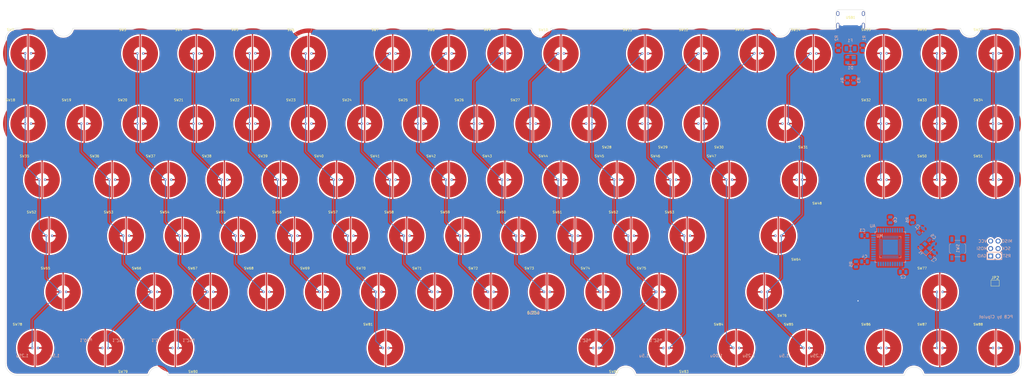
<source format=kicad_pcb>
(kicad_pcb (version 20211014) (generator pcbnew)
  (layers (0 "F.Cu" signal) (31 "B.Cu" signal) (34 "B.Paste" user) (35 "F.Paste" user) (36 "B.SilkS" user "B.Silkscreen") (37 "F.SilkS" user "F.Silkscreen") (38 "B.Mask" user) (39 "F.Mask" user) (44 "Edge.Cuts" user))
  (net 0 "")
  (net 1 "GND")
  (net 2 "D+")
  (net 3 "D-")
  (net 4 "VCC")
  (net 5 "COL0")
  (net 6 "COL1")
  (net 7 "COL2")
  (net 8 "COL3")
  (net 9 "COL4")
  (net 10 "COL5")
  (net 11 "COL6")
  (net 12 "COL7")
  (net 13 "COL8")
  (net 14 "Scroll_LED")
  (net 15 "/MCU_D-")
  (net 16 "/MCU_D+")
  (net 17 "Net-(C6-Pad1)")
  (net 18 "ROW0")
  (net 19 "ROW1")
  (net 20 "RST")
  (net 21 "XTAL2")
  (net 22 "XTAL1")
  (net 23 "ROW4")
  (net 24 "ROW5")
  (net 25 "Caps_LED")
  (net 26 "ROW11")
  (net 27 "ROW10")
  (net 28 "ROW8")
  (net 29 "ROW9")
  (net 30 "ROW6")
  (net 31 "ROW7")
  (net 32 "Net-(R5-Pad1)")
  (net 34 "VBUS")
  (net 35 "MOSI")
  (net 36 "MISO")
  (net 39 "Net-(R1-Pad2)")
  (net 40 "Net-(R2-Pad1)")
  (net 43 "GNDA")
  (net 44 "COL9")
  (net 45 "COL10")
  (net 46 "COL11")
  (net 47 "COL12")
  (net 48 "COL13")
  (net 49 "COL14")
  (net 50 "COL15")
  (net 51 "COL16")
  (net 52 "unconnected-(SW66-Pad2)")
  (footprint "cipulot_parts:ecs_pad" (layer "F.Cu") (at 268.375 78.4375 180)
    (fp_text reference "SW30")
    (fp_text value "EC_SW" hide)
  )
  (footprint "cipulot_parts:ecs_pad" (layer "F.Cu") (at 258.875 97.4375)
    (fp_text reference "SW46")
    (fp_text value "EC_SW" hide)
  )
  (footprint "cipulot_parts:ecs_pad" (layer "F.Cu") (at 97.375 78.4375)
    (fp_text reference "SW21")
    (fp_text value "EC_SW" hide)
  )
  (footprint "cipulot_parts:ecs_pad" (layer "F.Cu") (at 268.375 54.6875)
    (fp_text reference "SW12")
    (fp_text value "EC_SW" hide)
  )
  (footprint "cipulot_parts:ecs_pad" (layer "F.Cu") (at 159.125 135.4375)
    (fp_text reference "SW70")
    (fp_text value "EC_SW" hide)
  )
  (footprint "cipulot_parts:ecs_pad" (layer "F.Cu") (at 192.375 78.4375)
    (fp_text reference "SW26")
    (fp_text value "EC_SW" hide)
  )
  (footprint "cipulot_parts:ecs_pad" (layer "F.Cu") (at 256.5 154.4375 180)
    (fp_text reference "SW83")
    (fp_text value "EC_SW" hide)
  )
  (footprint "cipulot_parts:ecs_pad" (layer "F.Cu") (at 163.875 54.6875)
    (fp_text reference "SW7")
    (fp_text value "EC_SW" hide)
  )
  (footprint "cipulot_parts:ecs_pad" (layer "F.Cu") (at 83.125 135.4375)
    (fp_text reference "SW66")
    (fp_text value "EC_SW" hide)
  )
  (footprint "cipulot_parts:ecs_pad" (layer "F.Cu") (at 92.625 116.4375)
    (fp_text reference "SW54")
    (fp_text value "EC_SW" hide)
  )
  (footprint "cipulot_parts:ecs_pad" (layer "F.Cu") (at 140.125 135.4375)
    (fp_text reference "SW69")
    (fp_text value "EC_SW" hide)
  )
  (footprint "cipulot_parts:ecs_pad" (layer "F.Cu") (at 121.125 135.4375)
    (fp_text reference "SW68")
    (fp_text value "EC_SW" hide)
  )
  (footprint "cipulot_parts:ecs_pad" (layer "F.Cu") (at 40.375 54.625)
    (fp_text reference "SW2")
    (fp_text value "EC_SW" hide)
  )
  (footprint "cipulot_parts:ecs_pad" (layer "F.Cu") (at 52.25 135.4375)
    (fp_text reference "SW65")
    (fp_text value "EC_SW" hide)
  )
  (footprint "cipulot_parts:ecs_pad" (layer "F.Cu") (at 301.625 97.4375 180)
    (fp_text reference "SW48")
    (fp_text value "EC_SW" hide)
  )
  (footprint "cipulot_parts:ecs_pad" (layer "F.Cu") (at 349.1875 154.4375)
    (fp_text reference "SW87")
    (fp_text value "EC_SW" hide)
  )
  (footprint "cipulot_parts:ecs_pad" (layer "F.Cu") (at 349.1875 54.625)
    (fp_text reference "SW16")
    (fp_text value "EC_SW" hide)
  )
  (footprint "cipulot_parts:ecs_pad" (layer "F.Cu") (at 249.375 78.4375 180)
    (fp_text reference "SW29")
    (fp_text value "EC_SW" hide)
  )
  (footprint "cipulot_parts:ecs_pad" (layer "F.Cu") (at 249.375 54.6875)
    (fp_text reference "SW11")
    (fp_text value "EC_SW" hide)
  )
  (footprint "cipulot_parts:ecs_pad" (layer "F.Cu") (at 168.625 116.4375)
    (fp_text reference "SW58")
    (fp_text value "EC_SW" hide)
  )
  (footprint "cipulot_parts:ecs_pad" (layer "F.Cu") (at 306.375 54.6875)
    (fp_text reference "SW14")
    (fp_text value "EC_SW" hide)
  )
  (footprint "cipulot_parts:ecs_pad" (layer "F.Cu") (at 244.625 116.4375)
    (fp_text reference "SW62")
    (fp_text value "EC_SW" hide)
  )
  (footprint "cipulot_parts:ecs_pad" (layer "F.Cu") (at 263.625 116.4375)
    (fp_text reference "SW63")
    (fp_text value "EC_SW" hide)
  )
  (footprint "cipulot_parts:ecs_pad" (layer "F.Cu") (at 116.375 78.4375)
    (fp_text reference "SW22")
    (fp_text value "EC_SW" hide)
  )
  (footprint "cipulot_parts:ecs_pad" (layer "F.Cu") (at 230.375 78.4375 180)
    (fp_text reference "SW28")
    (fp_text value "EC_SW" hide)
  )
  (footprint "cipulot_parts:ecs_pad" (layer "F.Cu") (at 220.875 97.4375)
    (fp_text reference "SW44")
    (fp_text value "EC_SW" hide)
  )
  (footprint "cipulot_parts:ecs_pad" (layer "F.Cu") (at 211.375 78.4375)
    (fp_text reference "SW27")
    (fp_text value "EC_SW" hide)
  )
  (footprint "cipulot_parts:ecs_pad" (layer "F.Cu") (at 277.875 97.4375)
    (fp_text reference "SW47")
    (fp_text value "EC_SW" hide)
  )
  (footprint "cipulot_parts:ecs_pad" (layer "F.Cu") (at 235.125 135.4375)
    (fp_text reference "SW74")
    (fp_text value "EC_SW" hide)
  )
  (footprint "cipulot_parts:ecs_pad" (layer "F.Cu") (at 289.75 135.4375 180)
    (fp_text reference "SW76")
    (fp_text value "EC_SW" hide)
  )
  (footprint "cipulot_parts:ecs_pad" (layer "F.Cu") (at 187.625 116.4375)
    (fp_text reference "SW59")
    (fp_text value "EC_SW" hide)
  )
  (footprint "cipulot_parts:ecs_pad" (layer "F.Cu") (at 45.125 97.4375)
    (fp_text reference "SW35")
    (fp_text value "EC_SW" hide)
  )
  (footprint "cipulot_parts:ecs_pad" (layer "F.Cu") (at 201.875 97.4375)
    (fp_text reference "SW43")
    (fp_text value "EC_SW" hide)
  )
  (footprint "cipulot_parts:ecs_pad" (layer "F.Cu") (at 178.125 135.4375)
    (fp_text reference "SW71")
    (fp_text value "EC_SW" hide)
  )
  (footprint "cipulot_parts:ecs_pad" (layer "F.Cu") (at 304 154.4375)
    (fp_text reference "SW85")
    (fp_text value "EC_SW" hide)
  )
  (footprint "cipulot_parts:HRO-TYPE-C-31-M-12-Assembly" (layer "F.Cu") (at 318.975 38.5625 180)
    (fp_text reference "USB1")
    (fp_text value "HRO-TYPE-C-31-M-12")
  )
  (footprint "cipulot_parts:ecs_pad" (layer "F.Cu") (at 173.375 78.4375)
    (fp_text reference "SW25")
    (fp_text value "EC_SW" hide)
  )
  (footprint "cipulot_parts:ecs_pad" (layer "F.Cu") (at 239.875 97.4375)
    (fp_text reference "SW45")
    (fp_text value "EC_SW" hide)
  )
  (footprint "cipulot_parts:ecs_pad" (layer "F.Cu") (at 116.375 54.625)
    (fp_text reference "SW5")
    (fp_text value "EC_SW" hide)
  )
  (footprint "cipulot_parts:ecs_pad" (layer "F.Cu") (at 135.375 78.4375)
    (fp_text reference "SW23")
    (fp_text value "EC_SW" hide)
  )
  (footprint "cipulot_parts:ecs_pad" (layer "F.Cu") (at 125.875 97.4375)
    (fp_text reference "SW39")
    (fp_text value "EC_SW" hide)
  )
  (footprint "cipulot_parts:ecs_pad" (layer "F.Cu") (at 349.1875 78.4375)
    (fp_text reference "SW33")
    (fp_text value "EC_SW" hide)
  )
  (footprint "cipulot_parts:ecs_pad" (layer "F.Cu") (at 47.5 116.4375)
    (fp_text reference "SW52")
    (fp_text value "EC_SW" hide)
  )
  (footprint "cipulot_parts:ecs_pad" (layer "F.Cu") (at 163.875 97.4375)
    (fp_text reference "SW41")
    (fp_text value "EC_SW" hide)
  )
  (footprint "cipulot_parts:ecs_pad" (layer "F.Cu") (at 111.625 116.4375)
    (fp_text reference "SW55")
    (fp_text value "EC_SW" hide)
  )
  (footprint "cipulot_parts:ecs_pad" (layer "F.Cu") (at 296.875 78.4375 180)
    (fp_text reference "SW31")
    (fp_text value "EC_SW" hide)
  )
  (footprint "cipulot_parts:ecs_pad" (layer "F.Cu") (at 73.625 116.4375)
    (fp_text reference "SW53")
    (fp_text value "EC_SW" hide)
  )
  (footprint "cipulot_parts:ecs_pad" (layer "F.Cu") (at 182.875 54.6875)
    (fp_text reference "SW8")
    (fp_text value "EC_SW" hide)
  )
  (footprint "cipulot_parts:ecs_pad" (layer "F.Cu") (at 78.375 54.6875)
    (fp_text reference "SW3")
    (fp_text value "EC_SW" hide)
  )
  (footprint "cipulot_parts:ecs_pad" (layer "F.Cu") (at 42.75 154.4375)
    (fp_text reference "SW78")
    (fp_text value "EC_SW" hide)
  )
  (footprint "cipulot_parts:ecs_pad" (layer "F.Cu") (at 87.875 97.4375)
    (fp_text reference "SW37")
    (fp_text value "EC_SW" hide)
  )
  (footprint "cipulot_parts:ecs_pad" (layer "F.Cu") (at 97.375 54.6875)
    (fp_text reference "SW4")
    (fp_text value "EC_SW" hide)
  )
  (footprint "cipulot_parts:ecs_pad" (layer "F.Cu") (at 225.625 116.4375)
    (fp_text reference "SW61")
    (fp_text value "EC_SW" hide)
  )
  (footprint "cipulot_parts:ecs_pad" (layer "F.Cu") (at 90.25 154.4375 180)
    (fp_text reference "SW80")
    (fp_text value "EC_SW" hide)
  )
  (footprint "cipulot_parts:ecs_pad" (layer "F.Cu") (at 78.375 78.4375)
    (fp_text reference "SW20")
    (fp_text value "EC_SW" hide)
  )
  (footprint "cipulot_parts:ecs_pad" (layer "F.Cu") (at 220.875 54.6875)
    (fp_text reference "SW10")
    (fp_text value "EC_SW" hide)
  )
  (footprint "cipulot_parts:ecs_pad" (layer "F.Cu") (at 102.125 135.4375)
    (fp_text reference "SW67")
    (fp_text value "EC_SW" hide)
  )
  (footprint "cipulot_parts:ecs_pad" (layer "F.Cu") (at 106.875 97.4375)
    (fp_text reference "SW38")
    (fp_text value "EC_SW" hide)
  )
  (footprint "cipulot_parts:ecs_pad" (layer "F.Cu") (at 330.1875 154.4375)
    (fp_text reference "SW86")
    (fp_text value "EC_SW" hide)
  )
  (footprint "cipulot_parts:ecs_pad" (layer "F.Cu") (at 287.375 54.625)
    (fp_text reference "SW13")
    (fp_text value "EC_SW" hide)
  )
  (footprint "cipulot_parts:ecs_pad" (layer "F.Cu") (at 144.875 97.4375)
    (fp_text reference "SW40")
    (fp_text value "EC_SW" hide)
  )
  (footprint "cipulot_parts:ecs_pad" (layer "F.Cu") (at 40.375 78.4375)
    (fp_text reference "SW18")
    (fp_text value "EC_SW" hide)
  )
  (footprint "cipulot_parts:ecs_pad" (layer "F.Cu") (at 154.375 78.4375)
    (fp_text reference "SW24")
    (fp_text value "EC_SW" hide)
  )
  (footprint "cipulot_parts:ecs_pad" (layer "F.Cu") (at 135.375 54.6875)
    (fp_text reference "SW6")
    (fp_text value "EC_SW" hide)
  )
  (footprint "cipulot_parts:ecs_pad" (layer "F.Cu") (at 368.1875 54.625)
    (fp_text reference "SW17")
    (fp_text value "EC_SW" hide)
  )
  (footprint "cipulot_parts:ecs_pad" (layer "F.Cu") (at 68.875 97.4375)
    (fp_text reference "SW36")
    (fp_text value "EC_SW" hide)
  )
  (footprint "cipulot_parts:ecs_pad" (layer "F.Cu") (at 349.1875 97.4375)
    (fp_text reference "SW50")
    (fp_text value "EC_SW" hide)
  )
  (footprint "cipulot_parts:ecs_pad" (layer "F.Cu") (at 330.1875 97.4375)
    (fp_text reference "SW49")
    (fp_text value "EC_SW" hide)
  )
  (footprint "cipulot_parts:ecs_pad" (layer "F.Cu") (at 294.5 116.4375 180)
    (fp_text reference "SW64")
    (fp_text value "EC_SW" hide)
  )
  (footprint "cipulot_parts:ecs_pad" (layer "F.Cu") (at 149.625 116.4375)
    (fp_text reference "SW57")
    (fp_text value "EC_SW" hide)
  )
  (footprint "cipulot_parts:ecs_pad" (layer "F.Cu") (at 254.125 135.4375)
    (fp_text reference "SW75")
    (fp_text value "EC_SW" hide)
  )
  (footprint "cipulot_parts:ecs_pad" (layer "F.Cu") (at 59.375 78.4375)
    (fp_text reference "SW19")
    (fp_text value "EC_SW" hide)
  )
  (footprint "cipulot_parts:ecs_pad" (layer "F.Cu") (at 349.1875 135.4375)
    (fp_text reference "SW77")
    (fp_text value "EC_SW" hide)
  )
  (footprint "Jumper:SolderJumper-2_P1.3mm_Bridged_Pad1.0x1.5mm" (layer "F.Cu") (at 367.93 132.46)
    (fp_text reference "JP2")
    (fp_text value "Jumper_NC_Small")
  )
  (footprint "cipulot_parts:ecs_pad" (layer "F.Cu") (at 206.625 116.4375)
    (fp_text reference "SW60")
    (fp_text value "EC_SW" hide)
  )
  (footprint "cipulot_parts:ecs_pad" (layer "F.Cu") (at 330.1875 78.4375)
    (fp_text reference "SW32")
    (fp_text value "EC_SW" hide)
  )
  (footprint "cipulot_parts:ecs_pad" (layer "F.Cu") (at 130.625 116.4375)
    (fp_text reference "SW56")
    (fp_text value "EC_SW" hide)
  )
  (footprint "cipulot_parts:ecs_pad" (layer "F.Cu") (at 330.1875 54.625)
    (fp_text reference "SW15")
    (fp_text value "EC_SW" hide)
  )
  (footprint "cipulot_parts:ecs_pad" (layer "F.Cu") (at 161.5 154.4375)
    (fp_text reference "SW81")
    (fp_text value "EC_SW" hide)
  )
  (footprint "cipulot_parts:ecs_pad" (layer "F.Cu") (at 368.1875 97.4375)
    (fp_text reference "SW51")
    (fp_text value "EC_SW" hide)
  )
  (footprint "cipulot_parts:ecs_pad" (layer "F.Cu") (at 182.875 97.4375)
    (fp_text reference "SW42")
    (fp_text value "EC_SW" hide)
  )
  (footprint "cipulot_parts:ecs_pad" (layer "F.Cu") (at 368.1875 78.4375)
    (fp_text reference "SW34")
    (fp_text value "EC_SW" hide)
  )
  (footprint "cipulot_parts:ecs_pad" (layer "F.Cu") (at 368.1875 154.4375)
    (fp_text reference "SW88")
    (fp_text value "EC_SW" hide)
  )
  (footprint "cipulot_parts:ecs_pad" (layer "F.Cu") (at 280.25 154.4375)
    (fp_text reference "SW84")
    (fp_text value "EC_SW" hide)
  )
  (footprint "cipulot_parts:ecs_pad" (layer "F.Cu") (at 197.125 135.4375)
    (fp_text reference "SW72")
    (fp_text value "EC_SW" hide)
  )
  (footprint "cipulot_parts:ecs_pad" (layer "F.Cu") (at 232.75 154.4375 180)
    (fp_text reference "SW82")
    (fp_text value "EC_SW" hide)
  )
  (footprint "cipulot_parts:ecs_pad" (layer "F.Cu") (at 66.5 154.4375 180)
    (fp_text reference "SW79")
    (fp_text value "EC_SW" hide)
  )
  (footprint "cipulot_parts:ecs_pad" (layer "F.Cu") (at 201.875 54.625)
    (fp_text reference "SW9")
    (fp_text value "EC_SW" hide)
  )
  (footprint "cipulot_parts:ecs_pad" (layer "F.Cu") (at 216.125 135.4375)
    (fp_text reference "SW73")
    (fp_text value "EC_SW" hide)
  )
  (footprint "Package_TO_SOT_SMD:SOT-143" (layer "B.Cu") (at 318.95 56.825 180)
    (fp_text reference "D1")
    (fp_text value "PRTR5V0U2X")
  )
  (footprint "Resistor_SMD:R_0805_2012Metric" (layer "B.Cu") (at 317.85 63.775 -90)
    (fp_text reference "R4")
    (fp_text value "22")
  )
  (footprint "Resistor_SMD:R_0805_2012Metric" (layer "B.Cu") (at 320.05 63.775 -90)
    (fp_text reference "R3")
    (fp_text value "22")
  )
  (footprint "Package_QFP:TQFP-44_10x10mm_P0.8mm" (layer "B.Cu") (at 332.42 120.28 -90)
    (fp_text reference "AU")
    (fp_text value "ATmega32U4-A")
  )
  (footprint "Resistor_SMD:R_0805_2012Metric" (layer "B.Cu") (at 314.8 52.775 -90)
    (fp_text reference "R2")
    (fp_text value "5.1k")
  )
  (footprint "Capacitor_SMD:C_0805_2012Metric" (layer "B.Cu") (at 332.42 111.05 90)
    (fp_text reference "C6")
    (fp_text value "1u")
  )
  (footprint "Fuse:Fuse_1206_3216Metric" (layer "B.Cu") (at 318.95 53.05)
    (fp_text reference "F1")
    (fp_text value "500mA")
  )
  (footprint "Capacitor_SMD:C_0805_2012Metric" (layer "B.Cu") (at 346.275 118.575 135)
    (fp_text reference "C5")
    (fp_text value "22p")
  )
  (footprint "Resistor_SMD:R_0805_2012Metric" (layer "B.Cu") (at 323.1 52.775 90)
    (fp_text reference "R1")
    (fp_text value "5.1k")
  )
  (footprint "Package_DFN_QFN:QFN-44-1EP_7x7mm_P0.5mm_EP5.2x5.2mm" (layer "B.Cu") (at 332.42 120.28 -90)
    (fp_text reference "MU")
    (fp_text value "QFN-44-1EP_7x7mm_P0.5mm_EP5.2x5.2mm" hide)
  )
  (footprint "Capacitor_SMD:C_0805_2012Metric" (layer "B.Cu") (at 323.7 125.15 180)
    (fp_text reference "C4")
    (fp_text value "10u")
  )
  (footprint "Capacitor_SMD:C_0805_2012Metric" (layer "B.Cu") (at 346.6 122.825 -135)
    (fp_text reference "C7")
    (fp_text value "22p")
  )
  (footprint "cipulot_parts:Reset_Pretty" (layer "B.Cu") (at 367.675 120.75 180)
    (fp_text reference "J1")
    (fp_text value "AVR-ISP-6-Connector")
  )
  (footprint "Capacitor_SMD:C_0805_2012Metric" (layer "B.Cu") (at 323.7 116.3 180)
    (fp_text reference "C3")
    (fp_text value "0.1u")
  )
  (footprint "Capacitor_SMD:C_0805_2012Metric" (layer "B.Cu") (at 342.775 114.65 45)
    (fp_text reference "C1")
    (fp_text value "0.1u")
  )
  (footprint "cipulot_parts:Crystal_SMD_3225-4pin_3.2x2.5mm" (layer "B.Cu") (at 344.325 120.575 135)
    (fp_text reference "Y1")
    (fp_text value "16MHz")
  )
  (footprint "Resistor_SMD:R_0805_2012Metric" (layer "B.Cu") (at 320.8 126.05 90)
    (fp_text reference "R5")
    (fp_text value "10k")
  )
  (footprint "Button_Switch_SMD:SW_SPST_TL3342" (layer "B.Cu") (at 355.2 120.75 90)
    (fp_text reference "SW1")
    (fp_text value "SW_Push")
  )
  (footprint "Capacitor_SMD:C_0805_2012Metric" (layer "B.Cu") (at 336.75 128.675)
    (fp_text reference "C2")
    (fp_text value "0.1u")
  )
  (footprint "Resistor_SMD:R_0805_2012Metric" (layer "B.Cu") (at 339.9 111.1 -90)
    (fp_text reference "R6")
    (fp_text value "10k")
  )
  (gr_arc (start 376.688812 159.624061) (mid 375.516815 162.452064) (end 372.688812 163.624061) (layer "Edge.Cuts") (width 0.1))
  (gr_arc (start 81.223815 163.624061) (mid 84.435743 160.874061) (end 87.646812 163.625065) (layer "Edge.Cuts") (width 0.1))
  (gr_line (start 324.025 40.975) (end 324.025 45.6) (layer "Edge.Cuts") (width 0.1))
  (gr_line (start 36.776811 46.142063) (end 36.776811 46.141056) (layer "Edge.Cuts") (width 0.1))
  (gr_arc (start 337.207824 163.624061) (mid 340.419311 160.874061) (end 343.630798 163.624061) (layer "Edge.Cuts") (width 0.1))
  (gr_line (start 106.81781 163.625065) (end 121.537811 163.625065) (layer "Edge.Cuts") (width 0.1))
  (gr_line (start 313.925 40.975) (end 313.925 45.6) (layer "Edge.Cuts") (width 0.1))
  (gr_arc (start 298.388824 46.141056) (mid 295.177322 48.891056) (end 291.96582 46.141056) (layer "Edge.Cuts") (width 0.1))
  (gr_arc (start 322.881995 39.831995) (mid 323.69049 40.166505) (end 324.025 40.975) (layer "Edge.Cuts") (width 0.1))
  (gr_arc (start 239.576812 163.619064) (mid 242.790455 160.869065) (end 245.999816 163.624061) (layer "Edge.Cuts") (width 0.1))
  (gr_arc (start 313.925 45.6) (mid 313.763909 45.988909) (end 313.375 46.15) (layer "Edge.Cuts") (width 0.1))
  (gr_arc (start 36.687812 163.624061) (mid 33.85981 162.452063) (end 32.687812 159.624061) (layer "Edge.Cuts") (width 0.1))
  (gr_line (start 36.776811 46.141056) (end 49.077812 46.141056) (layer "Edge.Cuts") (width 0.1))
  (gr_line (start 55.499813 46.141056) (end 130.040809 46.141056) (layer "Edge.Cuts") (width 0.1))
  (gr_line (start 376.688812 50.141056) (end 376.688812 159.624061) (layer "Edge.Cuts") (width 0.1))
  (gr_line (start 372.688812 163.624061) (end 343.630798 163.624061) (layer "Edge.Cuts") (width 0.1))
  (gr_line (start 106.81781 163.625065) (end 87.646812 163.625065) (layer "Edge.Cuts") (width 0.1))
  (gr_line (start 32.687812 159.624061) (end 32.687812 50.23006) (layer "Edge.Cuts") (width 0.1))
  (gr_line (start 362.680816 46.141056) (end 372.688812 46.141056) (layer "Edge.Cuts") (width 0.1))
  (gr_arc (start 32.688812 50.23006) (mid 33.859311 47.312561) (end 36.776811 46.142063) (layer "Edge.Cuts") (width 0.1))
  (gr_line (start 217.426818 46.141056) (end 291.96582 46.141056) (layer "Edge.Cuts") (width 0.1))
  (gr_line (start 136.463806 46.141056) (end 211.004806 46.141056) (layer "Edge.Cuts") (width 0.1))
  (gr_line (start 206.893814 163.625065) (end 121.537811 163.625065) (layer "Edge.Cuts") (width 0.1))
  (gr_arc (start 324.575 46.15) (mid 324.186091 45.988909) (end 324.025 45.6) (layer "Edge.Cuts") (width 0.1))
  (gr_line (start 337.207824 163.624061) (end 245.999816 163.624061) (layer "Edge.Cuts") (width 0.1))
  (gr_arc (start 55.499813 46.141056) (mid 52.288813 48.891054) (end 49.077812 46.141056) (layer "Edge.Cuts") (width 0.1))
  (gr_line (start 315.068006 39.831995) (end 322.881995 39.831995) (layer "Edge.Cuts") (width 0.1))
  (gr_arc (start 362.680816 46.141056) (mid 359.469314 48.891056) (end 356.257812 46.141056) (layer "Edge.Cuts") (width 0.1))
  (gr_line (start 239.576812 163.619064) (end 235.837814 163.625065) (layer "Edge.Cuts") (width 0.1))
  (gr_line (start 206.893814 163.625065) (end 235.837814 163.625065) (layer "Edge.Cuts") (width 0.1))
  (gr_arc (start 372.688812 46.141056) (mid 375.517311 47.312557) (end 376.688812 50.141056) (layer "Edge.Cuts") (width 0.1))
  (gr_line (start 324.575 46.15) (end 356.257812 46.141056) (layer "Edge.Cuts") (width 0.1))
  (gr_arc (start 217.426818 46.141056) (mid 214.215812 48.891056) (end 211.004806 46.141056) (layer "Edge.Cuts") (width 0.1))
  (gr_arc (start 313.925 40.975) (mid 314.259999 40.166994) (end 315.068006 39.831995) (layer "Edge.Cuts") (width 0.1))
  (gr_line (start 32.687812 50.23006) (end 32.688812 50.23006) (layer "Edge.Cuts") (width 0.1))
  (gr_line (start 81.223815 163.624061) (end 36.687812 163.624061) (layer "Edge.Cuts") (width 0.1))
  (gr_line (start 298.388824 46.141056) (end 313.375 46.15) (layer "Edge.Cuts") (width 0.1))
  (gr_arc (start 136.463806 46.141056) (mid 133.252308 48.891057) (end 130.040809 46.141056) (layer "Edge.Cuts") (width 0.1))
  (gr_text "PCB by Cipulot" (at 368.262027 143.87) (layer "B.SilkS") (effects (font (size 1 1)) (justify mirror)))
  (gr_text "1.25u" (at 253.04 151.835 180) (layer "B.SilkS") (effects (font (size 1 1)) (justify mirror)))
  (gr_text "1.5u" (at 49.38 157.04) (layer "B.SilkS") (effects (font (size 1 1)) (justify mirror)))
  (gr_text "1.5u" (at 296.39 157.04) (layer "B.SilkS") (effects (font (size 1 1)) (justify mirror)))
  (gr_text "1.25u" (at 228.98 151.835 180) (layer "B.SilkS") (effects (font (size 1 1)) (justify mirror)))
  (gr_text "6.25u" (at 211.5 142.5) (layer "B.SilkS") (effects (font (size 1 1)) (justify mirror)))
  (gr_text "1.00u" (at 273.49 157.04) (layer "B.SilkS") (effects (font (size 1 1)) (justify mirror)))
  (gr_text "1.25u" (at 38.38 157.04) (layer "B.SilkS") (effects (font (size 1 1)) (justify mirror)))
  (gr_text "1.25u" (at 307.39 157.04) (layer "B.SilkS") (effects (font (size 1 1)) (justify mirror)))
  (gr_text "1.5u" (at 248.96 157.04) (layer "B.SilkS") (effects (font (size 1 1)) (justify mirror)))
  (gr_text "1.25u" (at 71 151.835 180) (layer "B.SilkS") (effects (font (size 1 1)) (justify mirror)))
  (gr_text "1.00u" (at 60 151.835 180) (layer "B.SilkS") (effects (font (size 1 1)) (justify mirror)))
  (gr_text "1.5u" (at 83.8 151.835 180) (layer "B.SilkS") (effects (font (size 1 1)) (justify mirror)))
  (gr_text "1.25u" (at 284.49 157.04) (layer "B.SilkS") (effects (font (size 1 1)) (justify mirror)))
  (gr_text "1.25u" (at 94.8 151.835 180) (layer "B.SilkS") (effects (font (size 1 1)) (justify mirror)))
  (gr_text "6.25u" (at 211.5 142.5) (layer "F.SilkS") (effects (font (size 1 1))))
  (segment (start 43.2525 97.4375) (end 44.125 97.4375) (width 0.25) (layer "F.Cu") (net 5))
  (segment (start 45.3425 116.4375) (end 46.5 116.4375) (width 0.25) (layer "F.Cu") (net 5))
  (segment (start 38.2225 78.4375) (end 39.375 78.4375) (width 0.25) (layer "F.Cu") (net 5))
  (segment (start 37.325 54.625) (end 39.375 54.625) (width 0.25) (layer "F.Cu") (net 5))
  (segment (start 40.7725 154.4375) (end 41.75 154.4375) (width 0.25) (layer "F.Cu") (net 5))
  (segment (start 49.5825 135.4375) (end 51.25 135.4375) (width 0.25) (layer "F.Cu") (net 5))
  (via (at 51.25 135.4375) (size 0.8) (drill 0.4) (layers "F.Cu" "B.Cu") (net 5))
  (via (at 41.75 154.4375) (size 0.8) (drill 0.4) (layers "F.Cu" "B.Cu") (net 5))
  (via (at 46.5 116.4375) (size 0.8) (drill 0.4) (layers "F.Cu" "B.Cu") (net 5))
  (via (at 39.375 78.4375) (size 0.8) (drill 0.4) (layers "F.Cu" "B.Cu") (net 5))
  (via (at 44.125 97.4375) (size 0.8) (drill 0.4) (layers "F.Cu" "B.Cu") (net 5))
  (via (at 39.375 54.625) (size 0.8) (drill 0.4) (layers "F.Cu" "B.Cu") (net 5))
  (segment (start 44.125 114.0625) (end 46.5 116.4375) (width 0.25) (layer "B.Cu") (net 5))
  (segment (start 46.5 130.6875) (end 51.25 135.4375) (width 0.25) (layer "B.Cu") (net 5))
  (segment (start 39.375 54.625) (end 39.375 78.4375) (width 0.25) (layer "B.Cu") (net 5))
  (segment (start 39.375 92.6875) (end 44.125 97.4375) (width 0.25) (layer "B.Cu") (net 5))
  (segment (start 46.5 116.4375) (end 46.5 130.6875) (width 0.25) (layer "B.Cu") (net 5))
  (segment (start 44.125 97.4375) (end 44.125 114.0625) (width 0.25) (layer "B.Cu") (net 5))
  (segment (start 41.75 144.9375) (end 51.25 135.4375) (width 0.25) (layer "B.Cu") (net 5))
  (segment (start 41.75 154.4375) (end 41.75 144.9375) (width 0.25) (layer "B.Cu") (net 5))
  (segment (start 39.375 78.4375) (end 39.375 92.6875) (width 0.25) (layer "B.Cu") (net 5))
  (segment (start 57.1925 78.4375) (end 58.375 78.4375) (width 0.25) (layer "F.Cu") (net 6))
  (segment (start 71.7325 116.4375) (end 72.625 116.4375) (width 0.25) (layer "F.Cu") (net 6))
  (segment (start 68.4275 154.4375) (end 67.5 154.4375) (width 0.25) (layer "F.Cu") (net 6))
  (segment (start 67.0325 97.4375) (end 67.875 97.4375) (width 0.25) (layer "F.Cu") (net 6))
  (segment (start 80.9225 135.4375) (end 82.125 135.4375) (width 0.25) (layer "F.Cu") (net 6))
  (via (at 58.375 78.4375) (size 0.8) (drill 0.4) (layers "F.Cu" "B.Cu") (net 6))
  (via (at 72.625 116.4375) (size 0.8) (drill 0.4) (layers "F.Cu" "B.Cu") (net 6))
  (via (at 82.125 135.4375) (size 0.8) (drill 0.4) (layers "F.Cu" "B.Cu") (net 6))
  (via (at 67.875 97.4375) (size 0.8) (drill 0.4) (layers "F.Cu" "B.Cu") (net 6))
  (via (at 67.5 154.4375) (size 0.8) (drill 0.4) (layers "F.Cu" "B.Cu") (net 6))
  (segment (start 67.875 111.6875) (end 72.625 116.4375) (width 0.25) (layer "B.Cu") (net 6))
  (segment (start 67.5 150.0625) (end 82.125 135.4375) (width 0.25) (layer "B.Cu") (net 6))
  (segment (start 72.625 116.4375) (end 72.625 125.9375) (width 0.25) (layer "B.Cu") (net 6))
  (segment (start 58.375 78.4375) (end 58.375 87.9375) (width 0.25) (layer "B.Cu") (net 6))
  (segment (start 67.875 97.4375) (end 67.875 111.6875) (width 0.25) (layer "B.Cu") (net 6))
  (segment (start 67.5 154.4375) (end 67.5 150.0625) (width 0.25) (layer "B.Cu") (net 6))
  (segment (start 72.625 125.9375) (end 82.125 135.4375) (width 0.25) (layer "B.Cu") (net 6))
  (segment (start 58.375 87.9375) (end 67.875 97.4375) (width 0.25) (layer "B.Cu") (net 6))
  (segment (start 76.1825 78.4375) (end 77.375 78.4375) (width 0.25) (layer "F.Cu") (net 7))
  (segment (start 75.9525 54.6875) (end 77.375 54.6875) (width 0.25) (layer "F.Cu") (net 7))
  (segment (start 92.3425 154.4375) (end 91.25 154.4375) (width 0.25) (layer "F.Cu") (net 7))
  (segment (start 86.0225 97.4375) (end 86.875 97.4375) (width 0.25) (layer "F.Cu") (net 7))
  (segment (start 90.6025 116.4375) (end 91.625 116.4375) (width 0.25) (layer "F.Cu") (net 7))
  (segment (start 100.3525 135.4375) (end 101.125 135.4375) (width 0.25) (layer "F.Cu") (net 7))
  (via (at 91.625 116.4375) (size 0.8) (drill 0.4) (layers "F.Cu" "B.Cu") (net 7))
  (via (at 86.875 97.4375) (size 0.8) (drill 0.4) (layers "F.Cu" "B.Cu") (net 7))
  (via (at 101.125 135.4375) (size 0.8) (drill 0.4) (layers "F.Cu" "B.Cu") (net 7))
  (via (at 91.25 154.4375) (size 0.8) (drill 0.4) (layers "F.Cu" "B.Cu") (net 7))
  (via (at 77.375 54.6875) (size 0.8) (drill 0.4) (layers "F.Cu" "B.Cu") (net 7))
  (via (at 77.375 78.4375) (size 0.8) (drill 0.4) (layers "F.Cu" "B.Cu") (net 7))
  (segment (start 77.375 78.4375) (end 77.375 87.9375) (width 0.25) (layer "B.Cu") (net 7))
  (segment (start 86.875 111.6875) (end 91.625 116.4375) (width 0.25) (layer "B.Cu") (net 7))
  (segment (start 77.375 54.6875) (end 77.375 78.4375) (width 0.25) (layer "B.Cu") (net 7))
  (segment (start 91.625 116.4375) (end 91.625 125.9375) (width 0.25) (layer "B.Cu") (net 7))
  (segment (start 86.875 97.4375) (end 86.875 111.6875) (width 0.25) (layer "B.Cu") (net 7))
  (segment (start 91.25 154.4375) (end 91.25 145.3125) (width 0.25) (layer "B.Cu") (net 7))
  (segment (start 91.625 125.9375) (end 101.125 135.4375) (width 0.25) (layer "B.Cu") (net 7))
  (segment (start 77.375 87.9375) (end 86.875 97.4375) (width 0.25) (layer "B.Cu") (net 7))
  (segment (start 91.25 145.3125) (end 101.125 135.4375) (width 0.25) (layer "B.Cu") (net 7))
  (segment (start 119.2525 135.4375) (end 120.125 135.4375) (width 0.25) (layer "F.Cu") (net 8))
  (segment (start 94.5925 54.6875) (end 96.375 54.6875) (width 0.25) (layer "F.Cu") (net 8))
  (segment (start 105.2025 97.4375) (end 105.875 97.4375) (width 0.25) (layer "F.Cu") (net 8))
  (segment (start 95.6925 78.4375) (end 96.375 78.4375) (width 0.25) (layer "F.Cu") (net 8))
  (segment (start 109.7125 116.4375) (end 110.625 116.4375) (width 0.25) (layer "F.Cu") (net 8))
  (via (at 105.875 97.4375) (size 0.8) (drill 0.4) (layers "F.Cu" "B.Cu") (net 8))
  (via (at 120.125 135.4375) (size 0.8) (drill 0.4) (layers "F.Cu" "B.Cu") (net 8))
  (via (at 110.625 116.4375) (size 0.8) (drill 0.4) (layers "F.Cu" "B.Cu") (net 8))
  (via (at 96.375 78.4375) (size 0.8) (drill 0.4) (layers "F.Cu" "B.Cu") (net 8))
  (via (at 96.375 54.6875) (size 0.8) (drill 0.4) (layers "F.Cu" "B.Cu") (net 8))
  (segment (start 110.625 116.4375) (end 110.625 125.9375) (width 0.25) (layer "B.Cu") (net 8))
  (segment (start 96.375 54.6875) (end 96.375 78.4375) (width 0.25) (layer "B.Cu") (net 8))
  (segment (start 105.875 111.6875) (end 110.625 116.4375) (width 0.25) (layer "B.Cu") (net 8))
  (segment (start 110.625 125.9375) (end 120.125 135.4375) (width 0.25) (layer "B.Cu") (net 8))
  (segment (start 96.375 78.4375) (end 96.375 87.9375) (width 0.25) (layer "B.Cu") (net 8))
  (segment (start 96.375 87.9375) (end 105.875 97.4375) (width 0.25) (layer "B.Cu") (net 8))
  (segment (start 105.875 97.4375) (end 105.875 111.6875) (width 0.25) (layer "B.Cu") (net 8))
  (segment (start 138.1425 135.4375) (end 139.125 135.4375) (width 0.25) (layer "F.Cu") (net 9))
  (segment (start 128.7025 116.4375) (end 129.625 116.4375) (width 0.25) (layer "F.Cu") (net 9))
  (segment (start 113.865 54.625) (end 115.375 54.625) (width 0.25) (layer "F.Cu") (net 9))
  (segment (start 123.9025 97.4375) (end 124.875 97.4375) (width 0.25) (layer "F.Cu") (net 9))
  (segment (start 114.5625 78.4375) (end 115.375 78.4375) (width 0.25) (layer "F.Cu") (net 9))
  (via (at 139.125 135.4375) (size 0.8) (drill 0.4) (layers "F.Cu" "B.Cu") (net 9))
  (via (at 129.625 116.4375) (size 0.8) (drill 0.4) (layers "F.Cu" "B.Cu") (net 9))
  (via (at 115.375 78.4375) (size 0.8) (drill 0.4) (layers "F.Cu" "B.Cu") (net 9))
  (via (at 115.375 54.625) (size 0.8) (drill 0.4) (layers "F.Cu" "B.Cu") (net 9))
  (via (at 124.875 97.4375) (size 0.8) (drill 0.4) (layers "F.Cu" "B.Cu") (net 9))
  (segment (start 129.625 116.4375) (end 124.875 111.6875) (width 0.25) (layer "B.Cu") (net 9))
  (segment (start 115.375 78.4375) (end 115.375 87.9375) (width 0.25) (layer "B.Cu") (net 9))
  (segment (start 129.625 125.9375) (end 139.125 135.4375) (width 0.25) (layer "B.Cu") (net 9))
  (segment (start 115.375 87.9375) (end 124.875 97.4375) (width 0.25) (layer "B.Cu") (net 9))
  (segment (start 129.625 116.4375) (end 129.625 125.9375) (width 0.25) (layer "B.Cu") (net 9))
  (segment (start 115.375 78.4375) (end 115.375 54.625) (width 0.25) (layer "B.Cu") (net 9))
  (segment (start 124.875 111.6875) (end 124.875 97.4375) (width 0.25) (layer "B.Cu") (net 9))
  (segment (start 147.7725 116.4375) (end 148.625 116.4375) (width 0.25) (layer "F.Cu") (net 10))
  (segment (start 133.5825 78.4375) (end 134.375 78.4375) (width 0.25) (layer "F.Cu") (net 10))
  (segment (start 159.6225 154.4375) (end 160.5 154.4375) (width 0.25) (layer "F.Cu") (net 10))
  (segment (start 143.1125 97.4375) (end 143.875 97.4375) (width 0.25) (layer "F.Cu") (net 10))
  (segment (start 157.1025 135.4375) (end 158.125 135.4375) (width 0.25) (layer "F.Cu") (net 10))
  (segment (start 133.0825 54.6875) (end 134.375 54.6875) (width 0.25) (layer "F.Cu") (net 10))
  (via (at 143.875 97.4375) (size 0.8) (drill 0.4) (layers "F.Cu" "B.Cu") (net 10))
  (via (at 158.125 135.4375) (size 0.8) (drill 0.4) (layers "F.Cu" "B.Cu") (net 10))
  (via (at 160.5 154.4375) (size 0.8) (drill 0.4) (layers "F.Cu" "B.Cu") (net 10))
  (via (at 148.625 116.4375) (size 0.8) (drill 0.4) (layers "F.Cu" "B.Cu") (net 10))
  (via (at 134.375 54.6875) (size 0.8) (drill 0.4) (layers "F.Cu" "B.Cu") (net 10))
  (via (at 134.375 78.4375) (size 0.8) (drill 0.4) (layers "F.Cu" "B.Cu") (net 10))
  (segment (start 148.625 125.9375) (end 158.125 135.4375) (width 0.25) (layer "B.Cu") (net 10))
  (segment (start 134.375 78.4375) (end 134.375 87.9375) (width 0.25) (layer "B.Cu") (net 10))
  (segment (start 148.625 116.4375) (end 148.625 125.9375) (width 0.25) (layer "B.Cu") (net 10))
  (segment (start 143.875 111.6875) (end 148.625 116.4375) (width 0.25) (layer "B.Cu") (net 10))
  (segment (start 134.375 87.9375) (end 143.875 97.4375) (width 0.25) (layer "B.Cu") (net 10))
  (segment (start 158.125 152.0625) (end 160.5 154.4375) (width 0.25) (layer "B.Cu") (net 10))
  (segment (start 143.875 97.4375) (end 143.875 111.6875) (width 0.25) (layer "B.Cu") (net 10))
  (segment (start 134.375 54.6875) (end 134.375 78.4375) (width 0.25) (layer "B.Cu") (net 10))
  (segment (start 158.125 135.4375) (end 158.125 152.0625) (width 0.25) (layer "B.Cu") (net 10))
  (segment (start 176.2325 135.4375) (end 177.125 135.4375) (width 0.25) (layer "F.Cu") (net 11))
  (segment (start 162.1425 97.4375) (end 162.875 97.4375) (width 0.25) (layer "F.Cu") (net 11))
  (segment (start 161.9825 54.6875) (end 162.875 54.6875) (width 0.25) (layer "F.Cu") (net 11))
  (segment (start 166.7725 116.4375) (end 167.625 116.4375) (width 0.25) (layer "F.Cu") (net 11))
  (segment (start 152.5825 78.4375) (end 153.375 78.4375) (width 0.25) (layer "F.Cu") (net 11))
  (via (at 177.125 135.4375) (size 0.8) (drill 0.4) (layers "F.Cu" "B.Cu") (net 11))
  (via (at 162.875 54.6875) (size 0.8) (drill 0.4) (layers "F.Cu" "B.Cu") (net 11))
  (via (at 153.375 78.4375) (size 0.8) (drill 0.4) (layers "F.Cu" "B.Cu") (net 11))
  (via (at 167.625 116.4375) (size 0.8) (drill 0.4) (layers "F.Cu" "B.Cu") (net 11))
  (via (at 162.875 97.4375) (size 0.8) (drill 0.4) (layers "F.Cu" "B.Cu") (net 11))
  (segment (start 167.625 125.9375) (end 177.125 135.4375) (width 0.25) (layer "B.Cu") (net 11))
  (segment (start 153.375 64.1875) (end 153.375 78.4375) (width 0.25) (layer "B.Cu") (net 11))
  (segment (start 153.375 87.9375) (end 162.875 97.4375) (width 0.25) (layer "B.Cu") (net 11))
  (segment (start 162.875 111.6875) (end 167.625 116.4375) (width 0.25) (layer "B.Cu") (net 11))
  (segment (start 162.875 54.6875) (end 153.375 64.1875) (width 0.25) (layer "B.Cu") (net 11))
  (segment (start 162.875 97.4375) (end 162.875 111.6875) (width 0.25) (layer "B.Cu") (net 11))
  (segment (start 153.375 78.4375) (end 153.375 87.9375) (width 0.25) (layer "B.Cu") (net 11))
  (segment (start 167.625 116.4375) (end 167.625 125.9375) (width 0.25) (layer "B.Cu") (net 11))
  (segment (start 186.0025 116.4375) (end 186.625 116.4375) (width 0.25) (layer "F.Cu") (net 12))
  (segment (start 171.6625 78.4375) (end 172.375 78.4375) (width 0.25) (layer "F.Cu") (net 12))
  (segment (start 181.1125 97.4375) (end 181.875 97.4375) (width 0.25) (layer "F.Cu") (net 12))
  (segment (start 195.1425 135.4375) (end 196.125 135.4375) (width 0.25) (layer "F.Cu") (net 12))
  (segment (start 180.8325 54.6875) (end 181.875 54.6875) (width 0.25) (layer "F.Cu") (net 12))
  (via (at 181.875 97.4375) (size 0.8) (drill 0.4) (layers "F.Cu" "B.Cu") (net 12))
  (via (at 172.375 78.4375) (size 0.8) (drill 0.4) (layers "F.Cu" "B.Cu") (net 12))
  (via (at 181.875 54.6875) (size 0.8) (drill 0.4) (layers "F.Cu" "B.Cu") (net 12))
  (via (at 186.625 116.4375) (size 0.8) (drill 0.4) (layers "F.Cu" "B.Cu") (net 12))
  (via (at 196.125 135.4375) (size 0.8) (drill 0.4) (layers "F.Cu" "B.Cu") (net 12))
  (segment (start 172.375 78.4375) (end 172.375 87.9375) (width 0.25) (layer "B.Cu") (net 12))
  (segment (start 181.875 54.6875) (end 172.375 64.1875) (width 0.25) (layer "B.Cu") (net 12))
  (segment (start 172.375 87.9375) (end 181.875 97.4375) (width 0.25) (layer "B.Cu") (net 12))
  (segment (start 181.875 97.4375) (end 181.875 111.6875) (width 0.25) (layer "B.Cu") (net 12))
  (segment (start 181.875 111.6875) (end 186.625 116.4375) (width 0.25) (layer "B.Cu") (net 12))
  (segment (start 196.125 135.4375) (end 186.625 125.9375) (width 0.25) (layer "B.Cu") (net 12))
  (segment (start 172.375 64.1875) (end 172.375 78.4375) (width 0.25) (layer "B.Cu") (net 12))
  (segment (start 186.625 125.9375) (end 186.625 116.4375) (width 0.25) (layer "B.Cu") (net 12))
  (segment (start 200.0525 97.4375) (end 200.875 97.4375) (width 0.25) (layer "F.Cu") (net 13))
  (segment (start 205.2325 116.4375) (end 205.625 116.4375) (width 0.25) (layer "F.Cu") (net 13))
  (segment (start 214.1225 135.4375) (end 215.125 135.4375) (width 0.25) (layer "F.Cu") (net 13))
  (segment (start 190.6725 78.4375) (end 191.375 78.4375) (width 0.25) (layer "F.Cu") (net 13))
  (segment (start 199.745 54.625) (end 200.875 54.625) (width 0.25) (layer "F.Cu") (net 13))
  (via (at 200.875 97.4375) (size 0.8) (drill 0.4) (layers "F.Cu" "B.Cu") (net 13))
  (via (at 205.625 116.4375) (size 0.8) (drill 0.4) (layers "F.Cu" "B.Cu") (net 13))
  (via (at 215.125 135.4375) (size 0.8) (drill 0.4) (layers "F.Cu" "B.Cu") (net 13))
  (via (at 200.875 54.625) (size 0.8) (drill 0.4) (layers "F.Cu" "B.Cu") (net 13))
  (via (at 191.375 78.4375) (size 0.8) (drill 0.4) (layers "F.Cu" "B.Cu") (net 13))
  (segment (start 205.625 125.9375) (end 215.125 135.4375) (width 0.25) (layer "B.Cu") (net 13))
  (segment (start 191.375 78.4375) (end 191.375 64.125) (width 0.25) (layer "B.Cu") (net 13))
  (segment (start 191.375 78.4375) (end 191.375 87.9375) (width 0.25) (layer "B.Cu") (net 13))
  (segment (start 191.375 64.125) (end 200.875 54.625) (width 0.25) (layer "B.Cu") (net 13))
  (segment (start 191.375 87.9375) (end 200.875 97.4375) (width 0.25) (layer "B.Cu") (net 13))
  (segment (start 200.875 111.6875) (end 205.625 116.4375) (width 0.25) (layer "B.Cu") (net 13))
  (segment (start 205.625 116.4375) (end 205.625 125.9375) (width 0.25) (layer "B.Cu") (net 13))
  (segment (start 200.875 97.4375) (end 200.875 111.6875) (width 0.25) (layer "B.Cu") (net 13))
  (segment (start 251.8175 54.6875) (end 250.375 54.6875) (width 0.25) (layer "F.Cu") (net 18))
  (segment (start 369.835 54.625) (end 369.1875 54.625) (width 0.25) (layer "F.Cu") (net 18))
  (segment (start 271.1475 54.6875) (end 269.375 54.6875) (width 0.25) (layer "F.Cu") (net 18))
  (segment (start 332.835 54.625) (end 331.1875 54.625) (width 0.25) (layer "F.Cu") (net 18))
  (segment (start 99.7975 54.6875) (end 98.375 54.6875) (width 0.25) (layer "F.Cu") (net 18))
  (segment (start 203.965 54.625) (end 202.875 54.625) (width 0.25) (layer "F.Cu") (net 18))
  (segment (start 118.665 54.625) (end 117.375 54.625) (width 0.25) (layer "F.Cu") (net 18))
  (segment (start 43.055 54.625) (end 41.375 54.625) (width 0.25) (layer "F.Cu") (net 18))
  (segment (start 185.6475 54.6875) (end 183.875 54.6875) (width 0.25) (layer "F.Cu") (net 18))
  (segment (start 288.575 54.625) (end 288.375 54.625) (width 0.25) (layer "F.Cu") (net 18))
  (segment (start 351.595 54.625) (end 350.1875 54.625) (width 0.25) (layer "F.Cu") (net 18))
  (segment (start 222.7475 54.6875) (end 221.875 54.6875) (width 0.25) (layer "F.Cu") (net 18))
  (segment (start 80.0075 54.6875) (end 79.375 54.6875) (width 0.25) (layer "F.Cu") (net 18))
  (segment (start 166.0975 54.6875) (end 164.875 54.6875) (width 0.25) (layer "F.Cu") (net 18))
  (segment (start 138.2975 54.6875) (end 136.375 54.6875) (width 0.25) (layer "F.Cu") (net 18))
  (segment (start 309.6975 54.6875) (end 307.375 54.6875) (width 0.25) (layer "F.Cu") (net 18))
  (via (at 307.375 54.6875) (size 0.8) (drill 0.4) (layers "F.Cu" "B.Cu") (net 18))
  (via (at 136.375 54.6875) (size 0.8) (drill 0.4) (layers "F.Cu" "B.Cu") (net 18))
  (via (at 79.375 54.6875) (size 0.8) (drill 0.4) (layers "F.Cu" "B.Cu") (net 18))
  (via (at 117.375 54.625) (size 0.8) (drill 0.4) (layers "F.Cu" "B.Cu") (net 18))
  (via (at 288.375 54.625) (size 0.8) (drill 0.4) (layers "F.Cu" "B.Cu") (net 18))
  (via (at 183.875 54.6875) (size 0.8) (drill 0.4) (layers "F.Cu" "B.Cu") (net 18))
  (via (at 369.1875 54.625) (size 0.8) (drill 0.4) (layers "F.Cu" "B.Cu") (net 18))
  (via (at 350.1875 54.625) (size 0.8) (drill 0.4) (layers "F.Cu" "B.Cu") (net 18))
  (via (at 41.375 54.625) (size 0.8) (drill 0.4) (layers "F.Cu" "B.Cu") (net 18))
  (via (at 164.875 54.6875) (size 0.8) (drill 0.4) (layers "F.Cu" "B.Cu") (net 18))
  (via (at 202.875 54.625) (size 0.8) (drill 0.4) (layers "F.Cu" "B.Cu") (net 18))
  (via (at 331.1875 54.625) (size 0.8) (drill 0.4) (layers "F.Cu" "B.Cu") (net 18))
  (via (at 250.375 54.6875) (size 0.8) (drill 0.4) (layers "F.Cu" "B.Cu") (net 18))
  (via (at 221.875 54.6875) (size 0.8) (drill 0.4) (layers "F.Cu" "B.Cu") (net 18))
  (via (at 98.375 54.6875) (size 0.8) (drill 0.4) (layers "F.Cu" "B.Cu") (net 18))
  (via (at 269.375 54.6875) (size 0.8) (drill 0.4) (layers "F.Cu" "B.Cu") (net 18))
  (segment (start 247.7125 78.4375) (end 248.375 78.4375) (width 0.25) (layer "F.Cu") (net 19))
  (segment (start 213.0675 78.4375) (end 212.375 78.4375) (width 0.25) (layer "F.Cu") (net 19))
  (segment (start 266.3425 78.4375) (end 267.375 78.4375) (width 0.25) (layer "F.Cu") (net 19))
  (segment (start 351.2475 78.4375) (end 350.1875 78.4375) (width 0.25) (layer "F.Cu") (net 19))
  (segment (start 156.2075 78.4375) (end 155.375 78.4375) (width 0.25) (layer "F.Cu") (net 19))
  (segment (start 137.2375 78.4375) (end 136.375 78.4375) (width 0.25) (layer "F.Cu") (net 19))
  (segment (start 61.4675 78.4375) (end 60.375 78.4375) (width 0.25) (layer "F.Cu") (net 19))
  (segment (start 370.3375 78.4375) (end 369.1875 78.4375) (width 0.25) (layer "F.Cu") (net 19))
  (segment (start 228.6725 78.4375) (end 229.375 78.4375) (width 0.25) (layer "F.Cu") (net 19))
  (segment (start 80.0375 78.4375) (end 79.375 78.4375) (width 0.25) (layer "F.Cu") (net 19))
  (segment (start 118.4175 78.4375) (end 117.375 78.4375) (width 0.25) (layer "F.Cu") (net 19))
  (segment (start 99.3275 78.4375) (end 98.375 78.4375) (width 0.25) (layer "F.Cu") (net 19))
  (segment (start 332.2375 78.4375) (end 331.1875 78.4375) (width 0.25) (layer "F.Cu") (net 19))
  (segment (start 175.2575 78.4375) (end 174.375 78.4375) (width 0.25) (layer "F.Cu") (net 19))
  (segment (start 194.1875 78.4375) (end 193.375 78.4375) (width 0.25) (layer "F.Cu") (net 19))
  (segment (start 295.0525 78.4375) (end 295.875 78.4375) (width 0.25) (layer "F.Cu") (net 19))
  (segment (start 42.4675 78.4375) (end 41.375 78.4375) (width 0.25) (layer "F.Cu") (net 19))
  (via (at 331.1875 78.4375) (size 0.8) (drill 0.4) (layers "F.Cu" "B.Cu") (net 19))
  (via (at 117.375 78.4375) (size 0.8) (drill 0.4) (layers "F.Cu" "B.Cu") (net 19))
  (via (at 60.375 78.4375) (size 0.8) (drill 0.4) (layers "F.Cu" "B.Cu") (net 19))
  (via (at 350.1875 78.4375) (size 0.8) (drill 0.4) (layers "F.Cu" "B.Cu") (net 19))
  (via (at 212.375 78.4375) (size 0.8) (drill 0.4) (layers "F.Cu" "B.Cu") (net 19))
  (via (at 295.875 78.4375) (size 0.8) (drill 0.4) (layers "F.Cu" "B.Cu") (net 19))
  (via (at 369.1875 78.4375) (size 0.8) (drill 0.4) (layers "F.Cu" "B.Cu") (net 19))
  (via (at 267.375 78.4375) (size 0.8) (drill 0.4) (layers "F.Cu" "B.Cu") (net 19))
  (via (at 174.375 78.4375) (size 0.8) (drill 0.4) (layers "F.Cu" "B.Cu") (net 19))
  (via (at 155.375 78.4375) (size 0.8) (drill 0.4) (layers "F.Cu" "B.Cu") (net 19))
  (via (at 79.375 78.4375) (size 0.8) (drill 0.4) (layers "F.Cu" "B.Cu") (net 19))
  (via (at 193.375 78.4375) (size 0.8) (drill 0.4) (layers "F.Cu" "B.Cu") (net 19))
  (via (at 248.375 78.4375) (size 0.8) (drill 0.4) (layers "F.Cu" "B.Cu") (net 19))
  (via (at 41.375 78.4375) (size 0.8) (drill 0.4) (layers "F.Cu" "B.Cu") (net 19))
  (via (at 98.375 78.4375) (size 0.8) (drill 0.4) (layers "F.Cu" "B.Cu") (net 19))
  (via (at 229.375 78.4375) (size 0.8) (drill 0.4) (layers "F.Cu" "B.Cu") (net 19))
  (via (at 136.375 78.4375) (size 0.8) (drill 0.4) (layers "F.Cu" "B.Cu") (net 19))
  (segment (start 142.1275 135.4375) (end 141.125 135.4375) (width 0.25) (layer "F.Cu") (net 23))
  (segment (start 287.9925 135.4375) (end 288.75 135.4375) (width 0.25) (layer "F.Cu") (net 23))
  (segment (start 351.5375 135.4375) (end 350.1875 135.4375) (width 0.25) (layer "F.Cu") (net 23))
  (segment (start 237.0675 135.4375) (end 236.125 135.4375) (width 0.25) (layer "F.Cu") (net 23))
  (segment (start 199.3275 135.4375) (end 198.125 135.4375) (width 0.25) (layer "F.Cu") (net 23))
  (segment (start 217.6675 135.4375) (end 217.125 135.4375) (width 0.25) (layer "F.Cu") (net 23))
  (segment (start 179.9575 135.4375) (end 179.125 135.4375) (width 0.25) (layer "F.Cu") (net 23))
  (segment (start 123.1675 135.4375) (end 122.125 135.4375) (width 0.25) (layer "F.Cu") (net 23))
  (segment (start 104.0575 135.4375) (end 103.125 135.4375) (width 0.25) (layer "F.Cu") (net 23))
  (segment (start 161.0375 135.4375) (end 160.125 135.4375) (width 0.25) (layer "F.Cu") (net 23))
  (segment (start 54.1275 135.4375) (end 53.25 135.4375) (width 0.25) (layer "F.Cu") (net 23))
  (segment (start 255.9275 135.4375) (end 255.125 135.4375) (width 0.25) (layer "F.Cu") (net 23))
  (via (at 255.125 135.4375) (size 0.8) (drill 0.4) (layers "F.Cu" "B.Cu") (net 23))
  (via (at 236.125 135.4375) (size 0.8) (drill 0.4) (layers "F.Cu" "B.Cu") (net 23))
  (via (at 122.125 135.4375) (size 0.8) (drill 0.4) (layers "F.Cu" "B.Cu") (net 23))
  (via (at 141.125 135.4375) (size 0.8) (drill 0.4) (layers "F.Cu" "B.Cu") (net 23))
  (via (at 288.75 135.4375) (size 0.8) (drill 0.4) (layers "F.Cu" "B.Cu") (net 23))
  (via (at 53.25 135.4375) (size 0.8) (drill 0.4) (layers "F.Cu" "B.Cu") (net 23))
  (via (at 198.125 135.4375) (size 0.8) (drill 0.4) (layers "F.Cu" "B.Cu") (net 23))
  (via (at 217.125 135.4375) (size 0.8) (drill 0.4) (layers "F.Cu" "B.Cu") (net 23))
  (via (at 350.1875 135.4375) (size 0.8) (drill 0.4) (layers "F.Cu" "B.Cu") (net 23))
  (via (at 160.125 135.4375) (size 0.8) (drill 0.4) (layers "F.Cu" "B.Cu") (net 23))
  (via (at 179.125 135.4375) (size 0.8) (drill 0.4) (layers "F.Cu" "B.Cu") (net 23))
  (via (at 103.125 135.4375) (size 0.8) (drill 0.4) (layers "F.Cu" "B.Cu") (net 23))
  (segment (start 351.1875 154.4375) (end 350.1875 154.4375) (width 0.25) (layer "F.Cu") (net 24))
  (segment (start 282.5175 154.4375) (end 281.25 154.4375) (width 0.25) (layer "F.Cu") (net 24))
  (segment (start 63.6925 154.4375) (end 65.5 154.4375) (width 0.25) (layer "F.Cu") (net 24))
  (segment (start 163.5775 154.4375) (end 162.5 154.4375) (width 0.25) (layer "F.Cu") (net 24))
  (segment (start 230.7425 154.4375) (end 231.75 154.4375) (width 0.25) (layer "F.Cu") (net 24))
  (segment (start 87.7125 154.4375) (end 89.25 154.4375) (width 0.25) (layer "F.Cu") (net 24))
  (segment (start 44.7875 154.4375) (end 43.75 154.4375) (width 0.25) (layer "F.Cu") (net 24))
  (segment (start 254.5425 154.4375) (end 255.5 154.4375) (width 0.25) (layer "F.Cu") (net 24))
  (segment (start 332.7775 154.4375) (end 331.1875 154.4375) (width 0.25) (layer "F.Cu") (net 24))
  (segment (start 370.5575 154.4375) (end 369.1875 154.4375) (width 0.25) (layer "F.Cu") (net 24))
  (segment (start 306.0875 154.4375) (end 305 154.4375) (width 0.25) (layer "F.Cu") (net 24))
  (via (at 65.5 154.4375) (size 0.8) (drill 0.4) (layers "F.Cu" "B.Cu") (net 24))
  (via (at 331.1875 154.4375) (size 0.8) (drill 0.4) (layers "F.Cu" "B.Cu") (net 24))
  (via (at 369.1875 154.4375) (size 0.8) (drill 0.4) (layers "F.Cu" "B.Cu") (net 24))
  (via (at 162.5 154.4375) (size 0.8) (drill 0.4) (layers "F.Cu" "B.Cu") (net 24))
  (via (at 43.75 154.4375) (size 0.8) (drill 0.4) (layers "F.Cu" "B.Cu") (net 24))
  (via (at 255.5 154.4375) (size 0.8) (drill 0.4) (layers "F.Cu" "B.Cu") (net 24))
  (via (at 89.25 154.4375) (size 0.8) (drill 0.4) (layers "F.Cu" "B.Cu") (net 24))
  (via (at 281.25 154.4375) (size 0.8) (drill 0.4) (layers "F.Cu" "B.Cu") (net 24))
  (via (at 231.75 154.4375) (size 0.8) (drill 0.4) (layers "F.Cu" "B.Cu") (net 24))
  (via (at 350.1875 154.4375) (size 0.8) (drill 0.4) (layers "F.Cu" "B.Cu") (net 24))
  (via (at 305 154.4375) (size 0.8) (drill 0.4) (layers "F.Cu" "B.Cu") (net 24))
  (segment (start 351.4675 97.4375) (end 350.1875 97.4375) (width 0.25) (layer "F.Cu") (net 35))
  (segment (start 241.7375 97.4375) (end 240.875 97.4375) (width 0.25) (layer "F.Cu") (net 35))
  (segment (start 260.8275 97.4375) (end 259.875 97.4375) (width 0.25) (layer "F.Cu") (net 35))
  (segment (start 203.6675 97.4375) (end 202.875 97.4375) (width 0.25) (layer "F.Cu") (net 35))
  (segment (start 370.4275 97.4375) (end 369.1875 97.4375) (width 0.25) (layer "F.Cu") (net 35))
  (segment (start 46.7975 97.4375) (end 46.125 97.4375) (width 0.25) (layer "F.Cu") (net 35))
  (segment (start 70.6075 97.4375) (end 69.875 97.4375) (width 0.25) (layer "F.Cu") (net 35))
  (segment (start 108.8475 97.4375) (end 107.875 97.4375) (width 0.25) (layer "F.Cu") (net 35))
  (segment (start 279.5175 97.4375) (end 278.875 97.4375) (width 0.25) (layer "F.Cu") (net 35))
  (segment (start 165.7375 97.4375) (end 164.875 97.4375) (width 0.25) (layer "F.Cu") (net 35))
  (segment (start 332.2875 97.4375) (end 331.1875 97.4375) (width 0.25) (layer "F.Cu") (net 35))
  (segment (start 146.7775 97.4375) (end 145.875 97.4375) (width 0.25) (layer "F.Cu") (net 35))
  (segment (start 89.8275 97.4375) (end 88.875 97.4375) (width 0.25) (layer "F.Cu") (net 35))
  (segment (start 299.8325 97.4375) (end 300.625 97.4375) (width 0.25) (layer "F.Cu") (net 35))
  (segment (start 222.8975 97.4375) (end 221.875 97.4375) (width 0.25) (layer "F.Cu") (net 35))
  (segment (start 184.7675 97.4375) (end 183.875 97.4375) (width 0.25) (layer "F.Cu") (net 35))
  (segment (start 127.7875 97.4375) (end 126.875 97.4375) (width 0.25) (layer "F.Cu") (net 35))
  (via (at 331.1875 97.4375) (size 0.8) (drill 0.4) (layers "F.Cu" "B.Cu") (net 35))
  (via (at 69.875 97.4375) (size 0.8) (drill 0.4) (layers "F.Cu" "B.Cu") (net 35))
  (via (at 350.1875 97.4375) (size 0.8) (drill 0.4) (layers "F.Cu" "B.Cu") (net 35))
  (via (at 202.875 97.4375) (size 0.8) (drill 0.4) (layers "F.Cu" "B.Cu") (net 35))
  (via (at 278.875 97.4375) (size 0.8) (drill 0.4) (layers "F.Cu" "B.Cu") (net 35))
  (via (at 107.875 97.4375) (size 0.8) (drill 0.4) (layers "F.Cu" "B.Cu") (net 35))
  (via (at 46.125 97.4375) (size 0.8) (drill 0.4) (layers "F.Cu" "B.Cu") (net 35))
  (via (at 221.875 97.4375) (size 0.8) (drill 0.4) (layers "F.Cu" "B.Cu") (net 35))
  (via (at 126.875 97.4375) (size 0.8) (drill 0.4) (layers "F.Cu" "B.Cu") (net 35))
  (via (at 369.1875 97.4375) (size 0.8) (drill 0.4) (layers "F.Cu" "B.Cu") (net 35))
  (via (at 183.875 97.4375) (size 0.8) (drill 0.4) (layers "F.Cu" "B.Cu") (net 35))
  (via (at 145.875 97.4375) (size 0.8) (drill 0.4) (layers "F.Cu" "B.Cu") (net 35))
  (via (at 240.875 97.4375) (size 0.8) (drill 0.4) (layers "F.Cu" "B.Cu") (net 35))
  (via (at 300.625 97.4375) (size 0.8) (drill 0.4) (layers "F.Cu" "B.Cu") (net 35))
  (via (at 259.875 97.4375) (size 0.8) (drill 0.4) (layers "F.Cu" "B.Cu") (net 35))
  (via (at 88.875 97.4375) (size 0.8) (drill 0.4) (layers "F.Cu" "B.Cu") (net 35))
  (via (at 164.875 97.4375) (size 0.8) (drill 0.4) (layers "F.Cu" "B.Cu") (net 35))
  (segment (start 227.1075 116.4375) (end 226.625 116.4375) (width 0.25) (layer "F.Cu") (net 36))
  (segment (start 95.1575 116.4375) (end 93.625 116.4375) (width 0.25) (layer "F.Cu") (net 36))
  (segment (start 113.6475 116.4375) (end 112.625 116.4375) (width 0.25) (layer "F.Cu") (net 36))
  (segment (start 48.51 116.44) (end 48.5 116.4375) (width 0.25) (layer "F.Cu") (net 36))
  (segment (start 170.5875 116.4375) (end 169.625 116.4375) (width 0.25) (layer "F.Cu") (net 36))
  (segment (start 265.2275 116.4375) (end 264.625 116.4375) (width 0.25) (layer "F.Cu") (net 36))
  (segment (start 132.7675 116.4375) (end 131.625 116.4375) (width 0.25) (layer "F.Cu") (net 36))
  (segment (start 290.8125 116.4375) (end 293.5 116.4375) (width 0.25) (layer "F.Cu") (net 36))
  (segment (start 49.9275 116.4375) (end 48.51 116.44) (width 0.25) (layer "F.Cu") (net 36))
  (segment (start 151.6775 116.4375) (end 150.625 116.4375) (width 0.25) (layer "F.Cu") (net 36))
  (segment (start 208.1275 116.4375) (end 207.625 116.4375) (width 0.25) (layer "F.Cu") (net 36))
  (segment (start 189.1975 116.4375) (end 188.625 116.4375) (width 0.25) (layer "F.Cu") (net 36))
  (segment (start 76.1075 116.4375) (end 74.625 116.4375) (width 0.25) (layer "F.Cu") (net 36))
  (segment (start 246.2075 116.4375) (end 245.625 116.4375) (width 0.25) (layer "F.Cu") (net 36))
  (via (at 226.625 116.4375) (size 0.8) (drill 0.4) (layers "F.Cu" "B.Cu") (net 36))
  (via (at 245.625 116.4375) (size 0.8) (drill 0.4) (layers "F.Cu" "B.Cu") (net 36))
  (via (at 93.625 116.4375) (size 0.8) (drill 0.4) (layers "F.Cu" "B.Cu") (net 36))
  (via (at 131.625 116.4375) (size 0.8) (drill 0.4) (layers "F.Cu" "B.Cu") (net 36))
  (via (at 150.625 116.4375) (size 0.8) (drill 0.4) (layers "F.Cu" "B.Cu") (net 36))
  (via (at 264.625 116.4375) (size 0.8) (drill 0.4) (layers "F.Cu" "B.Cu") (net 36))
  (via (at 74.625 116.4375) (size 0.8) (drill 0.4) (layers "F.Cu" "B.Cu") (net 36))
  (via (at 112.625 116.4375) (size 0.8) (drill 0.4) (layers "F.Cu" "B.Cu") (net 36))
  (via (at 48.51 116.44) (size 0.8) (drill 0.4) (layers "F.Cu" "B.Cu") (net 36))
  (via (at 207.625 116.4375) (size 0.8) (drill 0.4) (layers "F.Cu" "B.Cu") (net 36))
  (via (at 293.5 116.4375) (size 0.8) (drill 0.4) (layers "F.Cu" "B.Cu") (net 36))
  (via (at 169.625 116.4375) (size 0.8) (drill 0.4) (layers "F.Cu" "B.Cu") (net 36))
  (via (at 188.625 116.4375) (size 0.8) (drill 0.4) (layers "F.Cu" "B.Cu") (net 36))
  (segment (start 297.45 107.38) (end 295.782964 107.38) (width 0.25) (layer "F.Cu") (net 43))
  (segment (start 300.57667 110.506669) (end 297.45 107.38) (width 0.25) (layer "F.Cu") (net 43))
  (via (at 321.49 138.48) (size 0.8) (drill 0.4) (layers "F.Cu" "B.Cu") (net 43))
  (arc (start 295.782964 107.38) (mid 295.142749 107.507346) (end 294.6 107.87) (width 0.25) (layer "F.Cu") (net 43))
  (segment (start 209.8925 78.4375) (end 210.375 78.4375) (width 0.25) (layer "F.Cu") (net 44))
  (segment (start 224.2725 116.4375) (end 224.625 116.4375) (width 0.25) (layer "F.Cu") (net 44))
  (segment (start 218.4725 54.6875) (end 219.875 54.6875) (width 0.25) (layer "F.Cu") (net 44))
  (segment (start 233.1925 135.4375) (end 234.125 135.4375) (width 0.25) (layer "F.Cu") (net 44))
  (segment (start 219.1625 97.4375) (end 219.875 97.4375) (width 0.25) (layer "F.Cu") (net 44))
  (via (at 224.625 116.4375) (size 0.8) (drill 0.4) (layers "F.Cu" "B.Cu") (net 44))
  (via (at 210.375 78.4375) (size 0.8) (drill 0.4) (layers "F.Cu" "B.Cu") (net 44))
  (via (at 234.125 135.4375) (size 0.8) (drill 0.4) (layers "F.Cu" "B.Cu") (net 44))
  (via (at 219.875 97.4375) (size 0.8) (drill 0.4) (layers "F.Cu" "B.Cu") (net 44))
  (via (at 219.875 54.6875) (size 0.8) (drill 0.4) (layers "F.Cu" "B.Cu") (net 44))
  (segment (start 224.625 125.9375) (end 234.125 135.4375) (width 0.25) (layer "B.Cu") (net 44))
  (segment (start 210.375 87.9375) (end 219.875 97.4375) (width 0.25) (layer "B.Cu") (net 44))
  (segment (start 224.625 116.4375) (end 224.625 125.9375) (width 0.25) (layer "B.Cu") (net 44))
  (segment (start 210.375 78.4375) (end 210.375 87.9375) (width 0.25) (layer "B.Cu") (net 44))
  (segment (start 210.375 78.4375) (end 210.375 64.1875) (width 0.25) (layer "B.Cu") (net 44))
  (segment (start 219.875 97.4375) (end 219.875 111.6875) (width 0.25) (layer "B.Cu") (net 44))
  (segment (start 219.875 111.6875) (end 224.625 116.4375) (width 0.25) (layer "B.Cu") (net 44))
  (segment (start 210.375 64.1875) (end 219.875 54.6875) (width 0.25) (layer "B.Cu") (net 44))
  (segment (start 243.1525 116.4375) (end 243.625 116.4375) (width 0.25) (layer "F.Cu") (net 45))
  (segment (start 252.0325 135.4375) (end 253.125 135.4375) (width 0.25) (layer "F.Cu") (net 45))
  (segment (start 234.7375 154.4375) (end 233.75 154.4375) (width 0.25) (layer "F.Cu") (net 45))
  (segment (start 247.6225 54.6875) (end 248.375 54.6875) (width 0.25) (layer "F.Cu") (net 45))
  (segment (start 232.1075 78.4375) (end 231.375 78.4375) (width 0.25) (layer "F.Cu") (net 45))
  (segment (start 237.8625 97.4375) (end 238.875 97.4375) (width 0.25) (layer "F.Cu") (net 45))
  (via (at 248.375 54.6875) (size 0.8) (drill 0.4) (layers "F.Cu" "B.Cu") (net 45))
  (via (at 243.625 116.4375) (size 0.8) (drill 0.4) (layers "F.Cu" "B.Cu") (net 45))
  (via (at 238.875 97.4375) (size 0.8) (drill 0.4) (layers "F.Cu" "B.Cu") (net 45))
  (via (at 231.375 78.4375) (size 0.8) (drill 0.4) (layers "F.Cu" "B.Cu") (net 45))
  (via (at 253.125 135.4375) (size 0.8) (drill 0.4) (layers "F.Cu" "B.Cu") (net 45))
  (via (at 233.75 154.4375) (size 0.8) (drill 0.4) (layers "F.Cu" "B.Cu") (net 45))
  (segment (start 253.125 135.4375) (end 234.125 154.4375) (width 0.25) (layer "B.Cu") (net 45))
  (segment (start 231.375 71.6875) (end 248.375 54.6875) (width 0.25) (layer "B.Cu") (net 45))
  (segment (start 243.625 116.4375) (end 243.625 125.9375) (width 0.25) (layer "B.Cu") (net 45))
  (segment (start 231.375 78.4375) (end 231.375 89.9375) (width 0.25) (layer "B.Cu") (net 45))
  (segment (start 231.375 78.4375) (end 231.375 71.6875) (width 0.25) (layer "B.Cu") (net 45))
  (segment (start 234.125 154.4375) (end 233.75 154.4375) (width 0.25) (layer "B.Cu") (net 45))
  (segment (start 238.875 111.6875) (end 243.625 116.4375) (width 0.25) (layer "B.Cu") (net 45))
  (segment (start 238.875 97.4375) (end 238.875 111.6875) (width 0.25) (layer "B.Cu") (net 45))
  (segment (start 243.625 125.9375) (end 253.125 135.4375) (width 0.25) (layer "B.Cu") (net 45))
  (segment (start 231.375 89.9375) (end 238.875 97.4375) (width 0.25) (layer "B.Cu") (net 45))
  (segment (start 251.0975 78.4375) (end 250.375 78.4375) (width 0.25) (layer "F.Cu") (net 46))
  (segment (start 257.0125 97.4375) (end 257.875 97.4375) (width 0.25) (layer "F.Cu") (net 46))
  (segment (start 266.0025 54.6875) (end 267.375 54.6875) (width 0.25) (layer "F.Cu") (net 46))
  (segment (start 262.0925 116.4375) (end 262.625 116.4375) (width 0.25) (layer "F.Cu") (net 46))
  (segment (start 258.3775 154.4375) (end 257.5 154.4375) (width 0.25) (layer "F.Cu") (net 46))
  (via (at 257.5 154.4375) (size 0.8) (drill 0.4) (layers "F.Cu" "B.Cu") (net 46))
  (via (at 250.375 78.4375) (size 0.8) (drill 0.4) (layers "F.Cu" "B.Cu") (net 46))
  (via (at 267.375 54.6875) (size 0.8) (drill 0.4) (layers "F.Cu" "B.Cu") (net 46))
  (via (at 257.875 97.4375) (size 0.8) (drill 0.4) (layers "F.Cu" "B.Cu") (net 46))
  (via (at 262.625 116.4375) (size 0.8) (drill 0.4) (layers "F.Cu" "B.Cu") (net 46))
  (segment (start 257.875 111.6875) (end 262.625 116.4375) (width 0.25) (layer "B.Cu") (net 46))
  (segment (start 262.625 149.3125) (end 262.625 116.4375) (width 0.25) (layer "B.Cu") (net 46))
  (segment (start 250.375 78.4375) (end 250.375 71.6875) (width 0.25) (layer "B.Cu") (net 46))
  (segment (start 257.5 154.4375) (end 262.625 149.3125) (width 0.25) (layer "B.Cu") (net 46))
  (segment (start 250.375 71.6875) (end 267.375 54.6875) (width 0.25) (layer "B.Cu") (net 46))
  (segment (start 250.375 89.9375) (end 257.875 97.4375) (width 0.25) (layer "B.Cu") (net 46))
  (segment (start 250.375 78.4375) (end 250.375 89.9375) (width 0.25) (layer "B.Cu") (net 46))
  (segment (start 257.875 97.4375) (end 257.875 111.6875) (width 0.25) (layer "B.Cu") (net 46))
  (segment (start 278.3625 154.4375) (end 279.25 154.4375) (width 0.25) (layer "F.Cu") (net 47))
  (segment (start 270.3075 78.4375) (end 269.375 78.4375) (width 0.25) (layer "F.Cu") (net 47))
  (segment (start 276.0725 97.4375) (end 276.875 97.4375) (width 0.25) (layer "F.Cu") (net 47))
  (segment (start 285.375 54.625) (end 286.375 54.625) (width 0.25) (layer "F.Cu") (net 47))
  (via (at 279.25 154.4375) (size 0.8) (drill 0.4) (layers "F.Cu" "B.Cu") (net 47))
  (via (at 276.875 97.4375) (size 0.8) (drill 0.4) (layers "F.Cu" "B.Cu") (net 47))
  (via (at 286.375 54.625) (size 0.8) (drill 0.4) (layers "F.Cu" "B.Cu") (net 47))
  (via (at 269.375 78.4375) (size 0.8) (drill 0.4) (layers "F.Cu" "B.Cu") (net 47))
  (segment (start 269.375 89.9375) (end 276.875 97.4375) (width 0.25) (layer "B.Cu") (net 47))
  (segment (start 276.875 152.0625) (end 279.25 154.4375) (width 0.25) (layer "B.Cu") (net 47))
  (segment (start 269.375 71.625) (end 286.375 54.625) (width 0.25) (layer "B.Cu") (net 47))
  (segment (start 269.375 78.4375) (end 269.375 71.625) (width 0.25) (layer "B.Cu") (net 47))
  (segment (start 276.875 97.4375) (end 276.875 152.0625) (width 0.25) (layer "B.Cu") (net 47))
  (segment (start 269.375 78.4375) (end 269.375 89.9375) (width 0.25) (layer "B.Cu") (net 47))
  (segment (start 303.2175 97.4375) (end 302.625 97.4375) (width 0.25) (layer "F.Cu") (net 48))
  (segment (start 291.5375 135.4375) (end 290.75 135.4375) (width 0.25) (layer "F.Cu") (net 48))
  (segment (start 298.4075 78.4375) (end 297.875 78.4375) (width 0.25) (layer "F.Cu") (net 48))
  (segment (start 304.0625 54.6875) (end 305.375 54.6875) (width 0.25) (layer "F.Cu") (net 48))
  (segment (start 297.7475 116.4375) (end 295.5 116.4375) (width 0.25) (layer "F.Cu") (net 48))
  (segment (start 302.1425 154.4375) (end 303 154.4375) (width 0.25) (layer "F.Cu") (net 48))
  (via (at 295.5 116.4375) (size 0.8) (drill 0.4) (layers "F.Cu" "B.Cu") (net 48))
  (via (at 305.375 54.6875) (size 0.8) (drill 0.4) (layers "F.Cu" "B.Cu") (net 48))
  (via (at 303 154.4375) (size 0.8) (drill 0.4) (layers "F.Cu" "B.Cu") (net 48))
  (via (at 302.625 97.4375) (size 0.8) (drill 0.4) (layers "F.Cu" "B.Cu") (net 48))
  (via (at 297.875 78.4375) (size 0.8) (drill 0.4) (layers "F.Cu" "B.Cu") (net 48))
  (via (at 290.75 135.4375) (size 0.8) (drill 0.4) (layers "F.Cu" "B.Cu") (net 48))
  (segment (start 302.625 97.4375) (end 302.625 109.3125) (width 0.25) (layer "B.Cu") (net 48))
  (segment (start 305.375 54.6875) (end 297.875 62.1875) (width 0.25) (layer "B.Cu") (net 48))
  (segment (start 302.625 109.3125) (end 295.5 116.4375) (width 0.25) (layer "B.Cu") (net 48))
  (segment (start 290.75 135.4375) (end 290.75 142.1875) (width 0.25) (layer "B.Cu") (net 48))
  (segment (start 297.875 62.1875) (end 297.875 78.4375) (width 0.25) (layer "B.Cu") (net 48))
  (segment (start 295.5 116.4375) (end 295.5 130.6875) (width 0.25) (layer "B.Cu") (net 48))
  (segment (start 297.875 78.4375) (end 302.625 83.1875) (width 0.25) (layer "B.Cu") (net 48))
  (segment (start 302.625 83.1875) (end 302.625 97.4375) (width 0.25) (layer "B.Cu") (net 48))
  (segment (start 295.5 130.6875) (end 290.75 135.4375) (width 0.25) (layer "B.Cu") (net 48))
  (segment (start 290.75 142.1875) (end 303 154.4375) (width 0.25) (layer "B.Cu") (net 48))
  (segment (start 327.495 54.625) (end 329.1875 54.625) (width 0.25) (layer "F.Cu") (net 49))
  (segment (start 328.2125 154.4375) (end 329.1875 154.4375) (width 0.25) (layer "F.Cu") (net 49))
  (segment (start 328.5525 78.4375) (end 329.1875 78.4375) (width 0.25) (layer "F.Cu") (net 49))
  (segment (start 328.4325 97.4375) (end 329.1875 97.4375) (width 0.25) (layer "F.Cu") (net 49))
  (via (at 329.1875 97.4375) (size 0.8) (drill 0.4) (layers "F.Cu" "B.Cu") (net 49))
  (via (at 329.1875 78.4375) (size 0.8) (drill 0.4) (layers "F.Cu" "B.Cu") (net 49))
  (via (at 329.1875 154.4375) (size 0.8) (drill 0.4) (layers "F.Cu" "B.Cu") (net 49))
  (via (at 329.1875 54.625) (size 0.8) (drill 0.4) (layers "F.Cu" "B.Cu") (net 49))
  (segment (start 329.1875 54.625) (end 329.1875 97.4375) (width 0.25) (layer "B.Cu") (net 49))
  (segment (start 346.9925 97.4375) (end 348.1875 97.4375) (width 0.25) (layer "F.Cu") (net 50))
  (segment (start 346.8125 135.4375) (end 348.1875 135.4375) (width 0.25) (layer "F.Cu") (net 50))
  (segment (start 346.685 54.625) (end 348.1875 54.625) (width 0.25) (layer "F.Cu") (net 50))
  (segment (start 347.1925 154.4375) (end 348.1875 154.4375) (width 0.25) (layer "F.Cu") (net 50))
  (segment (start 347.2225 78.4375) (end 348.1875 78.4375) (width 0.25) (layer "F.Cu") (net 50))
  (via (at 348.1875 54.625) (size 0.8) (drill 0.4) (layers "F.Cu" "B.Cu") (net 50))
  (via (at 348.1875 154.4375) (size 0.8) (drill 0.4) (layers "F.Cu" "B.Cu") (net 50))
  (via (at 348.1875 135.4375) (size 0.8) (drill 0.4) (layers "F.Cu" "B.Cu") (net 50))
  (via (at 348.1875 97.4375) (size 0.8) (drill 0.4) (layers "F.Cu" "B.Cu") (net 50))
  (via (at 348.1875 78.4375) (size 0.8) (drill 0.4) (layers "F.Cu" "B.Cu") (net 50))
  (segment (start 348.1875 97.4375) (end 348.1875 54.625) (width 0.25) (layer "B.Cu") (net 50))
  (segment (start 348.1875 154.4375) (end 348.1875 135.4375) (width 0.25) (layer "B.Cu") (net 50))
  (segment (start 366.0525 97.4375) (end 367.1875 97.4375) (width 0.25) (layer "F.Cu") (net 51))
  (segment (start 365.8425 154.4375) (end 367.1875 154.4375) (width 0.25) (layer "F.Cu") (net 51))
  (segment (start 365.595 54.625) (end 367.1875 54.625) (width 0.25) (layer "F.Cu") (net 51))
  (segment (start 366.1125 78.4375) (end 367.1875 78.4375) (width 0.25) (layer "F.Cu") (net 51))
  (via (at 367.1875 78.4375) (size 0.8) (drill 0.4) (layers "F.Cu" "B.Cu") (net 51))
  (via (at 367.1875 154.4375) (size 0.8) (drill 0.4) (layers "F.Cu" "B.Cu") (net 51))
  (via (at 367.1875 54.625) (size 0.8) (drill 0.4) (layers "F.Cu" "B.Cu") (net 51))
  (via (at 367.1875 97.4375) (size 0.8) (drill 0.4) (layers "F.Cu" "B.Cu") (net 51))
  (segment (start 367.1875 54.625) (end 367.1875 97.4375) (width 0.25) (layer "B.Cu") (net 51))
  (segment (start 85.1375 135.4375) (end 84.125 135.4375) (width 0.25) (layer "F.Cu") (net 52))
  (via (at 84.125 135.4375) (size 0.8) (drill 0.4) (layers "F.Cu" "B.Cu") (net 52))
  (zone (net 43) (net_name "GNDA") (layer "F.Cu") (connect_pads yes (clearance 0.508)) (min_thickness 0.254) (fill yes (thermal_gap 0.508) (thermal_bridge_width 0.508))
    (polygon (pts (xy 377.72 45.1) (xy 377.72 144.91) (xy 377.71 163.94) (xy 30.85 163.94) (xy 30.85 45.11) (xy 313.93 45.15) (xy 324.03 45.09)))
  )
  (zone (net 1) (net_name "GND") (layer "B.Cu") (connect_pads (clearance 0.254)) (min_thickness 0.254) (fill yes (thermal_gap 0.508) (thermal_bridge_width 0.508))
    (polygon (pts (xy 352.075 125.9) (xy 339.65 125.9) (xy 339.65 112.425) (xy 352.075 112.425)))
  )
  (zone (net 43) (net_name "GNDA") (layer "B.Cu") (connect_pads (clearance 0.508)) (min_thickness 0.254) (fill yes (thermal_gap 0.508) (thermal_bridge_width 0.508))
    (polygon (pts (xy 377.72 45.1) (xy 377.72 144.91) (xy 377.71 163.94) (xy 30.85 163.94) (xy 30.85 45.11) (xy 313.93 45.15) (xy 324.03 45.09)))
  )
)
</source>
